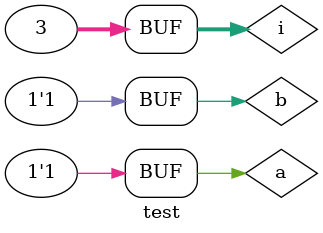
<source format=v>
/*
Pedro Correa Rigotto - Matricula 762281
Exemplo_0506
*/

module ex5 (output s, input a, b);
	wire w1, w2, w3, w4, w5, w6, w7, w8;
	nand NAND1(w1, a, a);
	nand NAND2(w2, b, b);
	nand NAND3(w3, w1, w2);
	nand NAND4(w4, a, b);
	nand NAND5(w5, w3, w3);
	nand NAND6(w6, w4, w4);
	nand NAND7(w7, w5, w5);
	nand NAND8(w8, w6, w6);
	nand NAND9(s, w7, w8);
	
endmodule // ex5

// Previsao:
// m a b s  (~a&~b)|(a&b)
// 0 0 0 1
// 1 0 1 0
// 2 1 0 0
// 3 1 1 1

module test;
	wire s;
	reg a, b;
	ex5 mod1(s, a, b);
	integer i;
	
	initial
	begin
		i = 0;
		$display("s = ~(a^b) = (~a&~b)|(a&b)");
		$display("m a b s");
		$monitor("%1d %b %b %b", i, a, b, s);
		a = 0; b = 0;
		#1 a = 0; b = 1; i = i+1;
		#1 a = 1; b = 0; i = i+1;
		#1 a = 1; b = 1; i = i+1;
	end
endmodule // test
</source>
